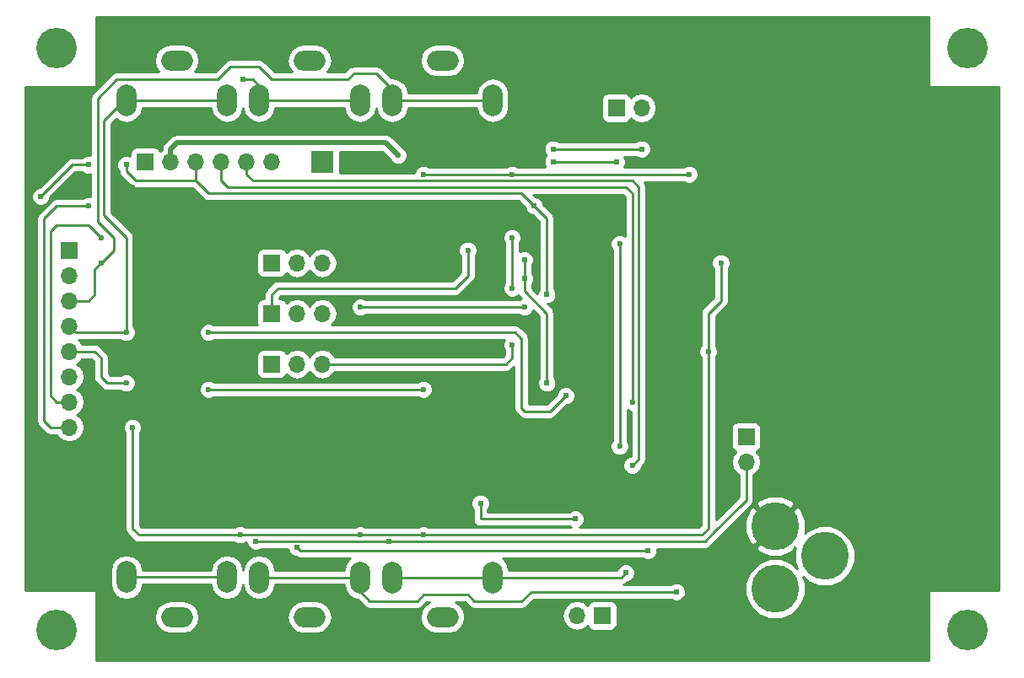
<source format=gbl>
%TF.GenerationSoftware,KiCad,Pcbnew,4.0.7*%
%TF.CreationDate,2017-09-17T22:31:06+02:00*%
%TF.ProjectId,TMS9929_RGB_Adapter,544D53393932395F5247425F41646170,0*%
%TF.FileFunction,Copper,L2,Bot,Signal*%
%FSLAX46Y46*%
G04 Gerber Fmt 4.6, Leading zero omitted, Abs format (unit mm)*
G04 Created by KiCad (PCBNEW 4.0.7) date 09/17/17 22:31:06*
%MOMM*%
%LPD*%
G01*
G04 APERTURE LIST*
%ADD10C,0.101600*%
%ADD11C,4.064000*%
%ADD12R,2.235200X2.235200*%
%ADD13O,2.000000X3.200000*%
%ADD14O,3.200000X2.000000*%
%ADD15O,1.998980X3.197860*%
%ADD16O,3.197860X1.998980*%
%ADD17R,1.700000X1.700000*%
%ADD18O,1.700000X1.700000*%
%ADD19C,4.800000*%
%ADD20C,0.600000*%
%ADD21C,0.609600*%
%ADD22C,0.228600*%
%ADD23C,0.250000*%
%ADD24C,0.508000*%
%ADD25C,0.500000*%
%ADD26C,0.254000*%
G04 APERTURE END LIST*
D10*
D11*
X3810000Y62230000D03*
X95250000Y62230000D03*
X95250000Y3810000D03*
X3810000Y3810000D03*
D12*
X30480000Y50800000D03*
D13*
X20925000Y9080000D03*
D14*
X15875000Y5080000D03*
D13*
X10825000Y9080000D03*
D15*
X24155400Y56962040D03*
D16*
X29210000Y60960000D03*
D15*
X34264600Y56962040D03*
X10820400Y56962040D03*
D16*
X15875000Y60960000D03*
D15*
X20929600Y56962040D03*
D13*
X37495000Y56960000D03*
D14*
X42545000Y60960000D03*
D13*
X47595000Y56960000D03*
D15*
X34264600Y9077960D03*
D16*
X29210000Y5080000D03*
D15*
X24155400Y9077960D03*
X47599600Y9077960D03*
D16*
X42545000Y5080000D03*
D15*
X37490400Y9077960D03*
D17*
X73025000Y23177500D03*
D18*
X73025000Y20637500D03*
D17*
X58578750Y5238750D03*
D18*
X56038750Y5238750D03*
D17*
X60007500Y56197500D03*
D18*
X62547500Y56197500D03*
D19*
X75946000Y7924000D03*
X75946000Y14224000D03*
X80946000Y11224000D03*
D17*
X12700000Y50800000D03*
D18*
X15240000Y50800000D03*
X17780000Y50800000D03*
X20320000Y50800000D03*
X22860000Y50800000D03*
X25400000Y50800000D03*
D17*
X5080000Y41910000D03*
D18*
X5080000Y39370000D03*
X5080000Y36830000D03*
X5080000Y34290000D03*
X5080000Y31750000D03*
X5080000Y29210000D03*
X5080000Y26670000D03*
X5080000Y24130000D03*
D17*
X25400000Y35560000D03*
D18*
X27940000Y35560000D03*
X30480000Y35560000D03*
D17*
X25400000Y30480000D03*
D18*
X27940000Y30480000D03*
X30480000Y30480000D03*
D17*
X25400000Y40640000D03*
D18*
X27940000Y40640000D03*
X30480000Y40640000D03*
D20*
X8255000Y40640000D03*
X10795000Y33655000D03*
D21*
X27940000Y12065000D03*
X63182500Y11747500D03*
D20*
X68580000Y41275000D03*
X53340000Y16510000D03*
X54610000Y44450000D03*
X45720000Y51435000D03*
X54610000Y25273000D03*
X22860000Y46355000D03*
X41275000Y44450000D03*
X27305000Y21590000D03*
X16510000Y23495000D03*
X40005000Y23495000D03*
X11430000Y48260000D03*
X49530000Y38100000D03*
X49530000Y43180000D03*
X50800000Y36195000D03*
X34290000Y36195000D03*
D21*
X54927500Y27305000D03*
D20*
X19050000Y33655000D03*
X40640000Y27940000D03*
X19050000Y27940000D03*
X45085000Y41910000D03*
X49530000Y32385000D03*
D21*
X66040000Y7620000D03*
D20*
X61595000Y26670000D03*
X70485000Y40640000D03*
X69215000Y31750000D03*
X11430000Y24130000D03*
X22225000Y13335000D03*
X40640000Y13335000D03*
X40640000Y49530000D03*
X67310000Y49530000D03*
X34290000Y13335000D03*
X49530000Y49530000D03*
X8255000Y43180000D03*
X6985000Y46355000D03*
D21*
X22542500Y59055000D03*
D20*
X10795000Y28575000D03*
X38100000Y51435000D03*
X60325000Y42545000D03*
X60325000Y22225000D03*
D21*
X10795000Y50482500D03*
X6985000Y50482500D03*
X2222500Y47307500D03*
X51752500Y46355000D03*
X53657500Y50800000D03*
X60007500Y50800000D03*
X53022500Y37465000D03*
X60960000Y9525000D03*
D20*
X61595000Y20320000D03*
D21*
X23812500Y12700000D03*
X37147500Y12700000D03*
X46355000Y16510000D03*
X55880000Y14922500D03*
X62547500Y52070000D03*
X53657500Y52070000D03*
X53022500Y28575000D03*
X50800000Y39052500D03*
X50800000Y40957500D03*
D22*
X7937500Y57150000D02*
X7937500Y46672500D01*
X9525000Y41910000D02*
X9525000Y43180000D01*
X9525000Y43180000D02*
X7937500Y44767500D01*
X7937500Y44767500D02*
X7937500Y46672500D01*
X9525000Y41910000D02*
X8255000Y40640000D01*
X37495000Y56960000D02*
X37495000Y58072500D01*
X37495000Y58072500D02*
X35877500Y59690000D01*
X9842500Y59055000D02*
X7937500Y57150000D01*
X20002500Y59055000D02*
X9842500Y59055000D01*
X20320000Y59372500D02*
X20002500Y59055000D01*
X21272500Y60325000D02*
X20320000Y59372500D01*
X24130000Y60325000D02*
X21272500Y60325000D01*
X25400000Y59055000D02*
X24130000Y60325000D01*
X33020000Y59055000D02*
X25400000Y59055000D01*
X33655000Y59690000D02*
X33020000Y59055000D01*
X35877500Y59690000D02*
X33655000Y59690000D01*
X47595000Y56960000D02*
X37495000Y56960000D01*
D23*
X5080000Y36830000D02*
X6985000Y36830000D01*
X7620000Y40005000D02*
X8255000Y40640000D01*
X6985000Y36830000D02*
X7620000Y37465000D01*
X7620000Y40005000D02*
X7620000Y37465000D01*
D22*
X10795000Y42227500D02*
X10795000Y43180000D01*
X10795000Y43180000D02*
X8572500Y45402500D01*
X8572500Y54927500D02*
X8572500Y45402500D01*
X10607040Y56962040D02*
X8572500Y54927500D01*
X10795000Y42227500D02*
X10795000Y33655000D01*
X10820400Y56962040D02*
X10607040Y56962040D01*
X20929600Y56962040D02*
X10820400Y56962040D01*
D23*
X5080000Y34290000D02*
X5715000Y33655000D01*
X5715000Y33655000D02*
X10795000Y33655000D01*
D22*
X28257500Y11747500D02*
X63182500Y11747500D01*
X28257500Y11747500D02*
X27940000Y12065000D01*
D24*
X10160000Y48260000D02*
X10160000Y48577500D01*
X9525000Y52705000D02*
X10160000Y53340000D01*
X9525000Y49212500D02*
X9525000Y52705000D01*
X10160000Y48577500D02*
X9525000Y49212500D01*
X10160000Y45085000D02*
X12700000Y42545000D01*
D25*
X45720000Y53975000D02*
X67310000Y53975000D01*
X68580000Y52705000D02*
X68580000Y41275000D01*
X67310000Y53975000D02*
X68580000Y52705000D01*
X54610000Y25273000D02*
X54610000Y17780000D01*
X53340000Y16510000D02*
X54610000Y17780000D01*
X54610000Y44450000D02*
X56515000Y42545000D01*
X54610000Y25400000D02*
X54610000Y25273000D01*
X56515000Y27305000D02*
X54610000Y25400000D01*
X56515000Y42545000D02*
X56515000Y27305000D01*
X45720000Y51435000D02*
X45720000Y53975000D01*
X40005000Y23495000D02*
X52832000Y23495000D01*
X52832000Y23495000D02*
X54610000Y25273000D01*
X22860000Y46355000D02*
X22860000Y44450000D01*
X10795000Y53975000D02*
X10160000Y53340000D01*
X45720000Y53975000D02*
X10795000Y53975000D01*
X11430000Y48260000D02*
X10160000Y48260000D01*
X12700000Y42545000D02*
X16510000Y42545000D01*
X10160000Y48260000D02*
X10160000Y45085000D01*
X16510000Y42545000D02*
X18415000Y44450000D01*
X18415000Y44450000D02*
X22860000Y44450000D01*
X22860000Y44450000D02*
X40640000Y44450000D01*
X40640000Y44450000D02*
X41275000Y44450000D01*
X16510000Y42545000D02*
X16510000Y23495000D01*
X27305000Y21590000D02*
X27305000Y23495000D01*
X40005000Y23495000D02*
X27305000Y23495000D01*
X27305000Y23495000D02*
X16510000Y23495000D01*
D23*
X49530000Y43180000D02*
X49530000Y38100000D01*
X50800000Y36195000D02*
X34925000Y36195000D01*
X34925000Y36195000D02*
X34290000Y36195000D01*
D22*
X50482500Y28892500D02*
X50482500Y26035000D01*
X53340000Y25717500D02*
X54927500Y27305000D01*
X50800000Y25717500D02*
X53340000Y25717500D01*
X50482500Y26035000D02*
X50800000Y25717500D01*
X50482500Y33020000D02*
X49847500Y33655000D01*
X50482500Y28892500D02*
X50482500Y33020000D01*
D23*
X49847500Y33655000D02*
X19050000Y33655000D01*
X19050000Y27940000D02*
X40640000Y27940000D01*
X26035000Y38100000D02*
X25400000Y37465000D01*
X26035000Y38100000D02*
X43815000Y38100000D01*
X43815000Y38100000D02*
X45085000Y39370000D01*
X45085000Y39370000D02*
X45085000Y41910000D01*
X25400000Y37465000D02*
X25400000Y35560000D01*
X32385000Y30480000D02*
X48895000Y30480000D01*
X30480000Y30480000D02*
X31115000Y30480000D01*
X49530000Y31115000D02*
X49530000Y32385000D01*
X48895000Y30480000D02*
X49530000Y31115000D01*
X31115000Y30480000D02*
X32385000Y30480000D01*
D22*
X35242500Y6667500D02*
X35242500Y6667500D01*
X35242500Y6667500D02*
X34264600Y7645400D01*
X35242500Y6667500D02*
X35242500Y6667500D01*
X35242500Y6667500D02*
X35242500Y6667500D01*
X40005000Y6667500D02*
X35242500Y6667500D01*
X40640000Y7302500D02*
X40005000Y6667500D01*
X45085000Y7302500D02*
X40640000Y7302500D01*
X45720000Y6667500D02*
X45085000Y7302500D01*
X50482500Y6667500D02*
X45720000Y6667500D01*
X51435000Y7620000D02*
X50482500Y6667500D01*
X66040000Y7620000D02*
X51435000Y7620000D01*
X34264600Y7645400D02*
X34264600Y9077960D01*
X24155400Y9077960D02*
X34264600Y9077960D01*
D23*
X61595000Y47625000D02*
X61595000Y26670000D01*
X60960000Y48260000D02*
X61595000Y47625000D01*
X20955000Y48260000D02*
X60960000Y48260000D01*
X20320000Y50800000D02*
X20320000Y48895000D01*
X20320000Y48895000D02*
X20955000Y48260000D01*
X69215000Y31750000D02*
X69215000Y35560000D01*
X70485000Y36830000D02*
X70485000Y40640000D01*
X69215000Y35560000D02*
X70485000Y36830000D01*
X40640000Y13335000D02*
X68580000Y13335000D01*
X69215000Y13970000D02*
X69215000Y31750000D01*
X68580000Y13335000D02*
X69215000Y13970000D01*
X22225000Y13335000D02*
X12065000Y13335000D01*
X11430000Y13970000D02*
X11430000Y24130000D01*
X12065000Y13335000D02*
X11430000Y13970000D01*
X25400000Y13335000D02*
X22225000Y13335000D01*
X25400000Y13335000D02*
X34290000Y13335000D01*
X40640000Y13335000D02*
X34290000Y13335000D01*
D22*
X49530000Y49530000D02*
X40640000Y49530000D01*
X49530000Y49530000D02*
X67310000Y49530000D01*
D23*
X3810000Y26670000D02*
X5080000Y26670000D01*
X3175000Y27305000D02*
X3810000Y26670000D01*
X3175000Y43815000D02*
X3175000Y27305000D01*
X3810000Y44450000D02*
X3175000Y43815000D01*
X6985000Y44450000D02*
X3810000Y44450000D01*
X8255000Y43180000D02*
X6985000Y44450000D01*
X6985000Y46355000D02*
X3810000Y46355000D01*
X3175000Y24130000D02*
X5080000Y24130000D01*
X2540000Y24765000D02*
X3175000Y24130000D01*
X2540000Y45085000D02*
X2540000Y24765000D01*
X3810000Y46355000D02*
X2540000Y45085000D01*
D22*
X23495000Y59055000D02*
X22542500Y59055000D01*
X24155400Y58394600D02*
X23495000Y59055000D01*
X24155400Y56962040D02*
X24155400Y58394600D01*
X34264600Y56962040D02*
X24155400Y56962040D01*
D23*
X5080000Y31750000D02*
X7620000Y31750000D01*
X8890000Y28575000D02*
X10795000Y28575000D01*
X8255000Y29210000D02*
X8890000Y28575000D01*
X8255000Y31115000D02*
X8255000Y29210000D01*
X7620000Y31750000D02*
X8255000Y31115000D01*
D25*
X15240000Y52070000D02*
X15875000Y52705000D01*
X15875000Y52705000D02*
X36830000Y52705000D01*
X36830000Y52705000D02*
X38100000Y51435000D01*
X15240000Y52070000D02*
X15240000Y50800000D01*
D23*
X60325000Y22860000D02*
X60325000Y42545000D01*
X60325000Y22225000D02*
X60325000Y22860000D01*
D22*
X5397500Y50482500D02*
X6985000Y50482500D01*
X2222500Y47307500D02*
X5397500Y50482500D01*
X17780000Y48895000D02*
X11747500Y48895000D01*
X10795000Y49847500D02*
X10795000Y50482500D01*
X11747500Y48895000D02*
X10795000Y49847500D01*
X60007500Y50800000D02*
X53657500Y50800000D01*
X53022500Y37465000D02*
X53022500Y45085000D01*
X53022500Y45085000D02*
X53022500Y45085000D01*
D23*
X45085000Y47625000D02*
X19050000Y47625000D01*
D22*
X50482500Y47625000D02*
X51117500Y46990000D01*
X45085000Y47625000D02*
X50482500Y47625000D01*
D23*
X17780000Y48895000D02*
X19050000Y47625000D01*
X17780000Y50800000D02*
X17780000Y48895000D01*
D22*
X51117500Y46990000D02*
X51752500Y46355000D01*
X51752500Y46355000D02*
X53022500Y45085000D01*
X10825000Y9080000D02*
X20925000Y9080000D01*
X60512960Y9077960D02*
X47599600Y9077960D01*
X60960000Y9525000D02*
X60512960Y9077960D01*
X37490400Y9077960D02*
X47599600Y9077960D01*
D23*
X22860000Y49530000D02*
X23495000Y48895000D01*
X23495000Y48895000D02*
X61595000Y48895000D01*
X22860000Y49530000D02*
X22860000Y50800000D01*
X62230000Y48260000D02*
X61595000Y48895000D01*
X62230000Y20955000D02*
X62230000Y48260000D01*
X61595000Y20320000D02*
X62230000Y20955000D01*
D22*
X37147500Y12700000D02*
X23812500Y12700000D01*
X73025000Y16827500D02*
X73025000Y20637500D01*
X72707500Y16510000D02*
X73025000Y16827500D01*
X69850000Y13652500D02*
X72707500Y16510000D01*
X68897500Y12700000D02*
X69850000Y13652500D01*
X68580000Y12700000D02*
X68897500Y12700000D01*
X41910000Y12700000D02*
X68580000Y12700000D01*
X37147500Y12700000D02*
X41910000Y12700000D01*
X46355000Y14922500D02*
X46355000Y16510000D01*
X55880000Y14922500D02*
X46355000Y14922500D01*
X53657500Y52070000D02*
X62547500Y52070000D01*
X50800000Y37782500D02*
X50800000Y39052500D01*
X53022500Y35560000D02*
X50800000Y37782500D01*
X53022500Y35560000D02*
X53022500Y35560000D01*
X53022500Y28575000D02*
X53022500Y35560000D01*
X50800000Y40957500D02*
X50800000Y39052500D01*
D26*
G36*
X91313000Y58420000D02*
X91323006Y58370590D01*
X91351447Y58328965D01*
X91393841Y58301685D01*
X91440000Y58293000D01*
X98350000Y58293000D01*
X98350000Y7747000D01*
X91440000Y7747000D01*
X91390590Y7736994D01*
X91348965Y7708553D01*
X91321685Y7666159D01*
X91313000Y7620000D01*
X91313000Y710000D01*
X7747000Y710000D01*
X7747000Y5080000D01*
X13596214Y5080000D01*
X13720671Y4454313D01*
X14075094Y3923880D01*
X14605527Y3569457D01*
X15231214Y3445000D01*
X16518786Y3445000D01*
X17144473Y3569457D01*
X17674906Y3923880D01*
X18029329Y4454313D01*
X18153786Y5080000D01*
X26932305Y5080000D01*
X27056723Y4454508D01*
X27411036Y3924241D01*
X27941303Y3569928D01*
X28566795Y3445510D01*
X29853205Y3445510D01*
X30478697Y3569928D01*
X31008964Y3924241D01*
X31363277Y4454508D01*
X31487695Y5080000D01*
X31363277Y5705492D01*
X31008964Y6235759D01*
X30478697Y6590072D01*
X29853205Y6714490D01*
X28566795Y6714490D01*
X27941303Y6590072D01*
X27411036Y6235759D01*
X27056723Y5705492D01*
X26932305Y5080000D01*
X18153786Y5080000D01*
X18029329Y5705687D01*
X17674906Y6236120D01*
X17144473Y6590543D01*
X16518786Y6715000D01*
X15231214Y6715000D01*
X14605527Y6590543D01*
X14075094Y6236120D01*
X13720671Y5705687D01*
X13596214Y5080000D01*
X7747000Y5080000D01*
X7747000Y7620000D01*
X7736994Y7669410D01*
X7708553Y7711035D01*
X7666159Y7738315D01*
X7620000Y7747000D01*
X710000Y7747000D01*
X710000Y9723786D01*
X9190000Y9723786D01*
X9190000Y8436214D01*
X9314457Y7810527D01*
X9668880Y7280094D01*
X10199313Y6925671D01*
X10825000Y6801214D01*
X11450687Y6925671D01*
X11981120Y7280094D01*
X12335543Y7810527D01*
X12439012Y8330700D01*
X19310988Y8330700D01*
X19414457Y7810527D01*
X19768880Y7280094D01*
X20299313Y6925671D01*
X20925000Y6801214D01*
X21550687Y6925671D01*
X22081120Y7280094D01*
X22435543Y7810527D01*
X22540310Y8337225D01*
X22645328Y7809263D01*
X22999641Y7278996D01*
X23529908Y6924683D01*
X24155400Y6800265D01*
X24780892Y6924683D01*
X25311159Y7278996D01*
X25665472Y7809263D01*
X25768786Y8328660D01*
X32651214Y8328660D01*
X32754528Y7809263D01*
X33108841Y7278996D01*
X33639108Y6924683D01*
X33996795Y6853535D01*
X34712665Y6137665D01*
X34955755Y5975237D01*
X35242500Y5918200D01*
X40005000Y5918200D01*
X40291745Y5975237D01*
X40534835Y6137665D01*
X40950370Y6553200D01*
X41221120Y6553200D01*
X40746036Y6235759D01*
X40391723Y5705492D01*
X40267305Y5080000D01*
X40391723Y4454508D01*
X40746036Y3924241D01*
X41276303Y3569928D01*
X41901795Y3445510D01*
X43188205Y3445510D01*
X43813697Y3569928D01*
X44343964Y3924241D01*
X44698277Y4454508D01*
X44822695Y5080000D01*
X44785331Y5267843D01*
X54553750Y5267843D01*
X54553750Y5209657D01*
X54666789Y4641372D01*
X54988696Y4159603D01*
X55470465Y3837696D01*
X56038750Y3724657D01*
X56607035Y3837696D01*
X57088804Y4159603D01*
X57116600Y4201202D01*
X57125588Y4153433D01*
X57264660Y3937309D01*
X57476860Y3792319D01*
X57728750Y3741310D01*
X59428750Y3741310D01*
X59664067Y3785588D01*
X59880191Y3924660D01*
X60025181Y4136860D01*
X60076190Y4388750D01*
X60076190Y6088750D01*
X60031912Y6324067D01*
X59892840Y6540191D01*
X59680640Y6685181D01*
X59428750Y6736190D01*
X57728750Y6736190D01*
X57493433Y6691912D01*
X57277309Y6552840D01*
X57132319Y6340640D01*
X57118664Y6273209D01*
X57088804Y6317897D01*
X56607035Y6639804D01*
X56038750Y6752843D01*
X55470465Y6639804D01*
X54988696Y6317897D01*
X54666789Y5836128D01*
X54553750Y5267843D01*
X44785331Y5267843D01*
X44698277Y5705492D01*
X44343964Y6235759D01*
X43868880Y6553200D01*
X44774630Y6553200D01*
X45190165Y6137665D01*
X45433255Y5975237D01*
X45720000Y5918200D01*
X50482500Y5918200D01*
X50769245Y5975237D01*
X51012335Y6137665D01*
X51745370Y6870700D01*
X65460074Y6870700D01*
X65506951Y6823741D01*
X65852242Y6680363D01*
X66226118Y6680037D01*
X66571659Y6822812D01*
X66836259Y7086951D01*
X66934254Y7322950D01*
X72910474Y7322950D01*
X73371552Y6207057D01*
X74224566Y5352553D01*
X75339653Y4889528D01*
X76547050Y4888474D01*
X77662943Y5349552D01*
X78517447Y6202566D01*
X78980472Y7317653D01*
X78981526Y8525050D01*
X78719993Y9158007D01*
X79224566Y8652553D01*
X80339653Y8189528D01*
X81547050Y8188474D01*
X82662943Y8649552D01*
X83517447Y9502566D01*
X83980472Y10617653D01*
X83981526Y11825050D01*
X83520448Y12940943D01*
X82667434Y13795447D01*
X81552347Y14258472D01*
X80344950Y14259526D01*
X79229057Y13798448D01*
X78930384Y13500296D01*
X78982072Y13625713D01*
X78979919Y14833109D01*
X78522010Y15938600D01*
X78109719Y16208114D01*
X76125605Y14224000D01*
X76139748Y14209857D01*
X75960143Y14030252D01*
X75946000Y14044395D01*
X73961886Y12060281D01*
X74231400Y11647990D01*
X75347713Y11187928D01*
X76555109Y11190081D01*
X77660600Y11647990D01*
X77930113Y12060279D01*
X77984444Y12005948D01*
X77911528Y11830347D01*
X77910474Y10622950D01*
X78172007Y9989993D01*
X77667434Y10495447D01*
X76552347Y10958472D01*
X75344950Y10959526D01*
X74229057Y10498448D01*
X73374553Y9645434D01*
X72911528Y8530347D01*
X72910474Y7322950D01*
X66934254Y7322950D01*
X66979637Y7432242D01*
X66979963Y7806118D01*
X66837188Y8151659D01*
X66573049Y8416259D01*
X66227758Y8559637D01*
X65853882Y8559963D01*
X65508341Y8417188D01*
X65460369Y8369300D01*
X60717272Y8369300D01*
X60799705Y8385697D01*
X61042795Y8548125D01*
X61079765Y8585095D01*
X61146118Y8585037D01*
X61491659Y8727812D01*
X61756259Y8991951D01*
X61899637Y9337242D01*
X61899963Y9711118D01*
X61757188Y10056659D01*
X61493049Y10321259D01*
X61147758Y10464637D01*
X60773882Y10464963D01*
X60428341Y10322188D01*
X60163741Y10058049D01*
X60067909Y9827260D01*
X49212986Y9827260D01*
X49109672Y10346657D01*
X48755359Y10876924D01*
X48573857Y10998200D01*
X62602574Y10998200D01*
X62649451Y10951241D01*
X62994742Y10807863D01*
X63368618Y10807537D01*
X63714159Y10950312D01*
X63978759Y11214451D01*
X64122137Y11559742D01*
X64122463Y11933618D01*
X64115405Y11950700D01*
X68897500Y11950700D01*
X69184245Y12007737D01*
X69427335Y12170165D01*
X72079457Y14822287D01*
X72909928Y14822287D01*
X72912081Y13614891D01*
X73369990Y12509400D01*
X73782281Y12239886D01*
X75766395Y14224000D01*
X73782281Y16208114D01*
X73369990Y15938600D01*
X72909928Y14822287D01*
X72079457Y14822287D01*
X73554835Y16297665D01*
X73615007Y16387719D01*
X73961886Y16387719D01*
X75946000Y14403605D01*
X77930114Y16387719D01*
X77660600Y16800010D01*
X76544287Y17260072D01*
X75336891Y17257919D01*
X74231400Y16800010D01*
X73961886Y16387719D01*
X73615007Y16387719D01*
X73696713Y16510000D01*
X73717263Y16540755D01*
X73774300Y16827500D01*
X73774300Y19367050D01*
X74104147Y19587446D01*
X74426054Y20069215D01*
X74539093Y20637500D01*
X74426054Y21205785D01*
X74104147Y21687554D01*
X74062548Y21715350D01*
X74110317Y21724338D01*
X74326441Y21863410D01*
X74471431Y22075610D01*
X74522440Y22327500D01*
X74522440Y24027500D01*
X74478162Y24262817D01*
X74339090Y24478941D01*
X74126890Y24623931D01*
X73875000Y24674940D01*
X72175000Y24674940D01*
X71939683Y24630662D01*
X71723559Y24491590D01*
X71578569Y24279390D01*
X71527560Y24027500D01*
X71527560Y22327500D01*
X71571838Y22092183D01*
X71710910Y21876059D01*
X71923110Y21731069D01*
X71990541Y21717414D01*
X71945853Y21687554D01*
X71623946Y21205785D01*
X71510907Y20637500D01*
X71623946Y20069215D01*
X71945853Y19587446D01*
X72275700Y19367050D01*
X72275700Y17137870D01*
X69975000Y14837170D01*
X69975000Y31187537D01*
X70007192Y31219673D01*
X70149838Y31563201D01*
X70150162Y31935167D01*
X70008117Y32278943D01*
X69975000Y32312118D01*
X69975000Y35245198D01*
X71022401Y36292599D01*
X71187148Y36539160D01*
X71245000Y36830000D01*
X71245000Y40077537D01*
X71277192Y40109673D01*
X71419838Y40453201D01*
X71420162Y40825167D01*
X71278117Y41168943D01*
X71015327Y41432192D01*
X70671799Y41574838D01*
X70299833Y41575162D01*
X69956057Y41433117D01*
X69692808Y41170327D01*
X69550162Y40826799D01*
X69549838Y40454833D01*
X69691883Y40111057D01*
X69725000Y40077882D01*
X69725000Y37144802D01*
X68677599Y36097401D01*
X68512852Y35850839D01*
X68455000Y35560000D01*
X68455000Y32312463D01*
X68422808Y32280327D01*
X68280162Y31936799D01*
X68279838Y31564833D01*
X68421883Y31221057D01*
X68455000Y31187882D01*
X68455000Y14284802D01*
X68265198Y14095000D01*
X56338299Y14095000D01*
X56411659Y14125312D01*
X56676259Y14389451D01*
X56819637Y14734742D01*
X56819963Y15108618D01*
X56677188Y15454159D01*
X56413049Y15718759D01*
X56067758Y15862137D01*
X55693882Y15862463D01*
X55348341Y15719688D01*
X55300369Y15671800D01*
X47104300Y15671800D01*
X47104300Y15930074D01*
X47151259Y15976951D01*
X47294637Y16322242D01*
X47294963Y16696118D01*
X47152188Y17041659D01*
X46888049Y17306259D01*
X46542758Y17449637D01*
X46168882Y17449963D01*
X45823341Y17307188D01*
X45558741Y17043049D01*
X45415363Y16697758D01*
X45415037Y16323882D01*
X45557812Y15978341D01*
X45605700Y15930369D01*
X45605700Y14922500D01*
X45662737Y14635755D01*
X45825165Y14392665D01*
X46068255Y14230237D01*
X46355000Y14173200D01*
X55300074Y14173200D01*
X55346951Y14126241D01*
X55422187Y14095000D01*
X41202463Y14095000D01*
X41170327Y14127192D01*
X40826799Y14269838D01*
X40454833Y14270162D01*
X40111057Y14128117D01*
X40077882Y14095000D01*
X34852463Y14095000D01*
X34820327Y14127192D01*
X34476799Y14269838D01*
X34104833Y14270162D01*
X33761057Y14128117D01*
X33727882Y14095000D01*
X22787463Y14095000D01*
X22755327Y14127192D01*
X22411799Y14269838D01*
X22039833Y14270162D01*
X21696057Y14128117D01*
X21662882Y14095000D01*
X12379802Y14095000D01*
X12190000Y14284802D01*
X12190000Y23567537D01*
X12222192Y23599673D01*
X12364838Y23943201D01*
X12365162Y24315167D01*
X12223117Y24658943D01*
X11960327Y24922192D01*
X11616799Y25064838D01*
X11244833Y25065162D01*
X10901057Y24923117D01*
X10637808Y24660327D01*
X10495162Y24316799D01*
X10494838Y23944833D01*
X10636883Y23601057D01*
X10670000Y23567882D01*
X10670000Y13970000D01*
X10727852Y13679161D01*
X10892599Y13432599D01*
X11527599Y12797599D01*
X11774161Y12632852D01*
X12065000Y12575000D01*
X21662537Y12575000D01*
X21694673Y12542808D01*
X22038201Y12400162D01*
X22410167Y12399838D01*
X22753943Y12541883D01*
X22787118Y12575000D01*
X22872590Y12575000D01*
X22872537Y12513882D01*
X23015312Y12168341D01*
X23279451Y11903741D01*
X23624742Y11760363D01*
X23998618Y11760037D01*
X24344159Y11902812D01*
X24392131Y11950700D01*
X27000100Y11950700D01*
X27000037Y11878882D01*
X27142812Y11533341D01*
X27406951Y11268741D01*
X27752242Y11125363D01*
X27865953Y11125264D01*
X27970755Y11055237D01*
X28257500Y10998200D01*
X33290343Y10998200D01*
X33108841Y10876924D01*
X32754528Y10346657D01*
X32651214Y9827260D01*
X25768786Y9827260D01*
X25665472Y10346657D01*
X25311159Y10876924D01*
X24780892Y11231237D01*
X24155400Y11355655D01*
X23529908Y11231237D01*
X22999641Y10876924D01*
X22645328Y10346657D01*
X22540716Y9820735D01*
X22435543Y10349473D01*
X22081120Y10879906D01*
X21550687Y11234329D01*
X20925000Y11358786D01*
X20299313Y11234329D01*
X19768880Y10879906D01*
X19414457Y10349473D01*
X19310988Y9829300D01*
X12439012Y9829300D01*
X12335543Y10349473D01*
X11981120Y10879906D01*
X11450687Y11234329D01*
X10825000Y11358786D01*
X10199313Y11234329D01*
X9668880Y10879906D01*
X9314457Y10349473D01*
X9190000Y9723786D01*
X710000Y9723786D01*
X710000Y47121382D01*
X1282537Y47121382D01*
X1425312Y46775841D01*
X1689451Y46511241D01*
X2034742Y46367863D01*
X2408618Y46367537D01*
X2754159Y46510312D01*
X3018759Y46774451D01*
X3162137Y47119742D01*
X3162196Y47187526D01*
X5707870Y49733200D01*
X6405074Y49733200D01*
X6451951Y49686241D01*
X6797242Y49542863D01*
X7171118Y49542537D01*
X7188200Y49549595D01*
X7188200Y47283028D01*
X7171799Y47289838D01*
X6799833Y47290162D01*
X6456057Y47148117D01*
X6422882Y47115000D01*
X3810000Y47115000D01*
X3519160Y47057148D01*
X3272599Y46892401D01*
X2002599Y45622401D01*
X1837852Y45375839D01*
X1780000Y45085000D01*
X1780000Y24765000D01*
X1837852Y24474161D01*
X2002599Y24227599D01*
X2637599Y23592599D01*
X2884161Y23427852D01*
X3175000Y23370000D01*
X3807046Y23370000D01*
X4000853Y23079946D01*
X4482622Y22758039D01*
X5050907Y22645000D01*
X5109093Y22645000D01*
X5677378Y22758039D01*
X6159147Y23079946D01*
X6481054Y23561715D01*
X6594093Y24130000D01*
X6481054Y24698285D01*
X6159147Y25180054D01*
X5829974Y25400000D01*
X6159147Y25619946D01*
X6481054Y26101715D01*
X6594093Y26670000D01*
X6481054Y27238285D01*
X6159147Y27720054D01*
X5829974Y27940000D01*
X6159147Y28159946D01*
X6481054Y28641715D01*
X6594093Y29210000D01*
X6481054Y29778285D01*
X6159147Y30260054D01*
X5829974Y30480000D01*
X6159147Y30699946D01*
X6352954Y30990000D01*
X7305198Y30990000D01*
X7495000Y30800198D01*
X7495000Y29210000D01*
X7552852Y28919161D01*
X7717599Y28672599D01*
X8352599Y28037599D01*
X8599161Y27872852D01*
X8890000Y27815000D01*
X10232537Y27815000D01*
X10264673Y27782808D01*
X10608201Y27640162D01*
X10980167Y27639838D01*
X11258476Y27754833D01*
X18114838Y27754833D01*
X18256883Y27411057D01*
X18519673Y27147808D01*
X18863201Y27005162D01*
X19235167Y27004838D01*
X19578943Y27146883D01*
X19612118Y27180000D01*
X40077537Y27180000D01*
X40109673Y27147808D01*
X40453201Y27005162D01*
X40825167Y27004838D01*
X41168943Y27146883D01*
X41432192Y27409673D01*
X41574838Y27753201D01*
X41575162Y28125167D01*
X41433117Y28468943D01*
X41170327Y28732192D01*
X40826799Y28874838D01*
X40454833Y28875162D01*
X40111057Y28733117D01*
X40077882Y28700000D01*
X19612463Y28700000D01*
X19580327Y28732192D01*
X19236799Y28874838D01*
X18864833Y28875162D01*
X18521057Y28733117D01*
X18257808Y28470327D01*
X18115162Y28126799D01*
X18114838Y27754833D01*
X11258476Y27754833D01*
X11323943Y27781883D01*
X11587192Y28044673D01*
X11729838Y28388201D01*
X11730162Y28760167D01*
X11588117Y29103943D01*
X11325327Y29367192D01*
X10981799Y29509838D01*
X10609833Y29510162D01*
X10266057Y29368117D01*
X10232882Y29335000D01*
X9204802Y29335000D01*
X9015000Y29524802D01*
X9015000Y31115000D01*
X8957148Y31405839D01*
X8792401Y31652401D01*
X8157401Y32287401D01*
X7910839Y32452148D01*
X7620000Y32510000D01*
X6352954Y32510000D01*
X6159147Y32800054D01*
X6017050Y32895000D01*
X10232537Y32895000D01*
X10264673Y32862808D01*
X10608201Y32720162D01*
X10980167Y32719838D01*
X11323943Y32861883D01*
X11587192Y33124673D01*
X11729838Y33468201D01*
X11729839Y33469833D01*
X18114838Y33469833D01*
X18256883Y33126057D01*
X18519673Y32862808D01*
X18863201Y32720162D01*
X19235167Y32719838D01*
X19578943Y32861883D01*
X19612118Y32895000D01*
X48729367Y32895000D01*
X48595162Y32571799D01*
X48594838Y32199833D01*
X48736883Y31856057D01*
X48770000Y31822882D01*
X48770000Y31429802D01*
X48580198Y31240000D01*
X31743301Y31240000D01*
X31530054Y31559147D01*
X31048285Y31881054D01*
X30480000Y31994093D01*
X29911715Y31881054D01*
X29429946Y31559147D01*
X29210000Y31229974D01*
X28990054Y31559147D01*
X28508285Y31881054D01*
X27940000Y31994093D01*
X27371715Y31881054D01*
X26889946Y31559147D01*
X26862150Y31517548D01*
X26853162Y31565317D01*
X26714090Y31781441D01*
X26501890Y31926431D01*
X26250000Y31977440D01*
X24550000Y31977440D01*
X24314683Y31933162D01*
X24098559Y31794090D01*
X23953569Y31581890D01*
X23902560Y31330000D01*
X23902560Y29630000D01*
X23946838Y29394683D01*
X24085910Y29178559D01*
X24298110Y29033569D01*
X24550000Y28982560D01*
X26250000Y28982560D01*
X26485317Y29026838D01*
X26701441Y29165910D01*
X26846431Y29378110D01*
X26860086Y29445541D01*
X26889946Y29400853D01*
X27371715Y29078946D01*
X27940000Y28965907D01*
X28508285Y29078946D01*
X28990054Y29400853D01*
X29210000Y29730026D01*
X29429946Y29400853D01*
X29911715Y29078946D01*
X30480000Y28965907D01*
X31048285Y29078946D01*
X31530054Y29400853D01*
X31743301Y29720000D01*
X48895000Y29720000D01*
X49185839Y29777852D01*
X49432401Y29942599D01*
X49733200Y30243398D01*
X49733200Y26035000D01*
X49790237Y25748255D01*
X49952665Y25505165D01*
X50270165Y25187665D01*
X50513255Y25025237D01*
X50800000Y24968200D01*
X53340000Y24968200D01*
X53626745Y25025237D01*
X53869835Y25187665D01*
X55047265Y26365095D01*
X55113618Y26365037D01*
X55459159Y26507812D01*
X55723759Y26771951D01*
X55867137Y27117242D01*
X55867463Y27491118D01*
X55724688Y27836659D01*
X55460549Y28101259D01*
X55115258Y28244637D01*
X54741382Y28244963D01*
X54395841Y28102188D01*
X54131241Y27838049D01*
X53987863Y27492758D01*
X53987804Y27424974D01*
X53029630Y26466800D01*
X51231800Y26466800D01*
X51231800Y33020000D01*
X51174763Y33306745D01*
X51012335Y33549835D01*
X50415372Y34146798D01*
X50384901Y34192401D01*
X50138339Y34357148D01*
X49847500Y34415000D01*
X31431498Y34415000D01*
X31530054Y34480853D01*
X31851961Y34962622D01*
X31965000Y35530907D01*
X31965000Y35589093D01*
X31851961Y36157378D01*
X31530054Y36639147D01*
X31048285Y36961054D01*
X30480000Y37074093D01*
X29911715Y36961054D01*
X29429946Y36639147D01*
X29210000Y36309974D01*
X28990054Y36639147D01*
X28508285Y36961054D01*
X27940000Y37074093D01*
X27371715Y36961054D01*
X26889946Y36639147D01*
X26862150Y36597548D01*
X26853162Y36645317D01*
X26714090Y36861441D01*
X26501890Y37006431D01*
X26250000Y37057440D01*
X26160000Y37057440D01*
X26160000Y37150198D01*
X26349802Y37340000D01*
X43815000Y37340000D01*
X44105839Y37397852D01*
X44352401Y37562599D01*
X45622401Y38832599D01*
X45787148Y39079160D01*
X45845000Y39370000D01*
X45845000Y41347537D01*
X45877192Y41379673D01*
X46019838Y41723201D01*
X46020162Y42095167D01*
X45878117Y42438943D01*
X45615327Y42702192D01*
X45271799Y42844838D01*
X44899833Y42845162D01*
X44556057Y42703117D01*
X44292808Y42440327D01*
X44150162Y42096799D01*
X44149838Y41724833D01*
X44291883Y41381057D01*
X44325000Y41347882D01*
X44325000Y39684802D01*
X43500198Y38860000D01*
X26035000Y38860000D01*
X25744161Y38802148D01*
X25497599Y38637401D01*
X24862599Y38002401D01*
X24697852Y37755839D01*
X24640000Y37465000D01*
X24640000Y37057440D01*
X24550000Y37057440D01*
X24314683Y37013162D01*
X24098559Y36874090D01*
X23953569Y36661890D01*
X23902560Y36410000D01*
X23902560Y34710000D01*
X23946838Y34474683D01*
X23985243Y34415000D01*
X19612463Y34415000D01*
X19580327Y34447192D01*
X19236799Y34589838D01*
X18864833Y34590162D01*
X18521057Y34448117D01*
X18257808Y34185327D01*
X18115162Y33841799D01*
X18114838Y33469833D01*
X11729839Y33469833D01*
X11730162Y33840167D01*
X11588117Y34183943D01*
X11544300Y34227837D01*
X11544300Y41490000D01*
X23902560Y41490000D01*
X23902560Y39790000D01*
X23946838Y39554683D01*
X24085910Y39338559D01*
X24298110Y39193569D01*
X24550000Y39142560D01*
X26250000Y39142560D01*
X26485317Y39186838D01*
X26701441Y39325910D01*
X26846431Y39538110D01*
X26860086Y39605541D01*
X26889946Y39560853D01*
X27371715Y39238946D01*
X27940000Y39125907D01*
X28508285Y39238946D01*
X28990054Y39560853D01*
X29210000Y39890026D01*
X29429946Y39560853D01*
X29911715Y39238946D01*
X30480000Y39125907D01*
X31048285Y39238946D01*
X31530054Y39560853D01*
X31851961Y40042622D01*
X31965000Y40610907D01*
X31965000Y40669093D01*
X31851961Y41237378D01*
X31530054Y41719147D01*
X31048285Y42041054D01*
X30480000Y42154093D01*
X29911715Y42041054D01*
X29429946Y41719147D01*
X29210000Y41389974D01*
X28990054Y41719147D01*
X28508285Y42041054D01*
X27940000Y42154093D01*
X27371715Y42041054D01*
X26889946Y41719147D01*
X26862150Y41677548D01*
X26853162Y41725317D01*
X26714090Y41941441D01*
X26501890Y42086431D01*
X26250000Y42137440D01*
X24550000Y42137440D01*
X24314683Y42093162D01*
X24098559Y41954090D01*
X23953569Y41741890D01*
X23902560Y41490000D01*
X11544300Y41490000D01*
X11544300Y43180000D01*
X11487263Y43466745D01*
X11324835Y43709835D01*
X9321800Y45712870D01*
X9321800Y50296382D01*
X9855037Y50296382D01*
X9997812Y49950841D01*
X10045700Y49902869D01*
X10045700Y49847500D01*
X10102737Y49560755D01*
X10265165Y49317665D01*
X11217665Y48365165D01*
X11460755Y48202737D01*
X11747500Y48145700D01*
X17454498Y48145700D01*
X18512599Y47087599D01*
X18759160Y46922852D01*
X19050000Y46865000D01*
X45085000Y46865000D01*
X45138792Y46875700D01*
X50172130Y46875700D01*
X50812595Y46235235D01*
X50812537Y46168882D01*
X50955312Y45823341D01*
X51219451Y45558741D01*
X51564742Y45415363D01*
X51632526Y45415304D01*
X52273200Y44774630D01*
X52273200Y38044926D01*
X52226241Y37998049D01*
X52082863Y37652758D01*
X52082782Y37559388D01*
X51549300Y38092870D01*
X51549300Y38472574D01*
X51596259Y38519451D01*
X51739637Y38864742D01*
X51739963Y39238618D01*
X51597188Y39584159D01*
X51549300Y39632131D01*
X51549300Y40377574D01*
X51596259Y40424451D01*
X51739637Y40769742D01*
X51739963Y41143618D01*
X51597188Y41489159D01*
X51333049Y41753759D01*
X50987758Y41897137D01*
X50613882Y41897463D01*
X50290000Y41763637D01*
X50290000Y42617537D01*
X50322192Y42649673D01*
X50464838Y42993201D01*
X50465162Y43365167D01*
X50323117Y43708943D01*
X50060327Y43972192D01*
X49716799Y44114838D01*
X49344833Y44115162D01*
X49001057Y43973117D01*
X48737808Y43710327D01*
X48595162Y43366799D01*
X48594838Y42994833D01*
X48736883Y42651057D01*
X48770000Y42617882D01*
X48770000Y38662463D01*
X48737808Y38630327D01*
X48595162Y38286799D01*
X48594838Y37914833D01*
X48736883Y37571057D01*
X48999673Y37307808D01*
X49343201Y37165162D01*
X49715167Y37164838D01*
X50058943Y37306883D01*
X50163918Y37411675D01*
X50270165Y37252665D01*
X50457625Y37065205D01*
X50271057Y36988117D01*
X50237882Y36955000D01*
X34852463Y36955000D01*
X34820327Y36987192D01*
X34476799Y37129838D01*
X34104833Y37130162D01*
X33761057Y36988117D01*
X33497808Y36725327D01*
X33355162Y36381799D01*
X33354838Y36009833D01*
X33496883Y35666057D01*
X33759673Y35402808D01*
X34103201Y35260162D01*
X34475167Y35259838D01*
X34818943Y35401883D01*
X34852118Y35435000D01*
X50237537Y35435000D01*
X50269673Y35402808D01*
X50613201Y35260162D01*
X50985167Y35259838D01*
X51328943Y35401883D01*
X51592192Y35664673D01*
X51670228Y35852602D01*
X52273200Y35249630D01*
X52273200Y29154926D01*
X52226241Y29108049D01*
X52082863Y28762758D01*
X52082537Y28388882D01*
X52225312Y28043341D01*
X52489451Y27778741D01*
X52834742Y27635363D01*
X53208618Y27635037D01*
X53554159Y27777812D01*
X53818759Y28041951D01*
X53962137Y28387242D01*
X53962463Y28761118D01*
X53819688Y29106659D01*
X53771800Y29154631D01*
X53771800Y35560000D01*
X53714763Y35846745D01*
X53552335Y36089835D01*
X53117053Y36525117D01*
X53208618Y36525037D01*
X53554159Y36667812D01*
X53818759Y36931951D01*
X53962137Y37277242D01*
X53962463Y37651118D01*
X53819688Y37996659D01*
X53771800Y38044631D01*
X53771800Y45085000D01*
X53714763Y45371745D01*
X53552335Y45614835D01*
X52692405Y46474765D01*
X52692463Y46541118D01*
X52549688Y46886659D01*
X52285549Y47151259D01*
X51940258Y47294637D01*
X51872474Y47294696D01*
X51667170Y47500000D01*
X60645198Y47500000D01*
X60835000Y47310198D01*
X60835000Y43345633D01*
X60511799Y43479838D01*
X60139833Y43480162D01*
X59796057Y43338117D01*
X59532808Y43075327D01*
X59390162Y42731799D01*
X59389838Y42359833D01*
X59531883Y42016057D01*
X59565000Y41982882D01*
X59565000Y22787463D01*
X59532808Y22755327D01*
X59390162Y22411799D01*
X59389838Y22039833D01*
X59531883Y21696057D01*
X59794673Y21432808D01*
X60138201Y21290162D01*
X60510167Y21289838D01*
X60853943Y21431883D01*
X61117192Y21694673D01*
X61259838Y22038201D01*
X61260162Y22410167D01*
X61118117Y22753943D01*
X61085000Y22787118D01*
X61085000Y25869367D01*
X61408201Y25735162D01*
X61470000Y25735108D01*
X61470000Y21269802D01*
X61455320Y21255122D01*
X61409833Y21255162D01*
X61066057Y21113117D01*
X60802808Y20850327D01*
X60660162Y20506799D01*
X60659838Y20134833D01*
X60801883Y19791057D01*
X61064673Y19527808D01*
X61408201Y19385162D01*
X61780167Y19384838D01*
X62123943Y19526883D01*
X62387192Y19789673D01*
X62529838Y20133201D01*
X62529879Y20180077D01*
X62767401Y20417599D01*
X62932148Y20664161D01*
X62990000Y20955000D01*
X62990000Y48260000D01*
X62932148Y48550839D01*
X62778560Y48780700D01*
X66736856Y48780700D01*
X66779673Y48737808D01*
X67123201Y48595162D01*
X67495167Y48594838D01*
X67838943Y48736883D01*
X68102192Y48999673D01*
X68244838Y49343201D01*
X68245162Y49715167D01*
X68103117Y50058943D01*
X67840327Y50322192D01*
X67496799Y50464838D01*
X67124833Y50465162D01*
X66781057Y50323117D01*
X66737163Y50279300D01*
X60808887Y50279300D01*
X60947137Y50612242D01*
X60947463Y50986118D01*
X60809216Y51320700D01*
X61967574Y51320700D01*
X62014451Y51273741D01*
X62359742Y51130363D01*
X62733618Y51130037D01*
X63079159Y51272812D01*
X63343759Y51536951D01*
X63487137Y51882242D01*
X63487463Y52256118D01*
X63344688Y52601659D01*
X63080549Y52866259D01*
X62735258Y53009637D01*
X62361382Y53009963D01*
X62015841Y52867188D01*
X61967869Y52819300D01*
X54237426Y52819300D01*
X54190549Y52866259D01*
X53845258Y53009637D01*
X53471382Y53009963D01*
X53125841Y52867188D01*
X52861241Y52603049D01*
X52717863Y52257758D01*
X52717537Y51883882D01*
X52860312Y51538341D01*
X52963422Y51435052D01*
X52861241Y51333049D01*
X52717863Y50987758D01*
X52717537Y50613882D01*
X52855784Y50279300D01*
X50103144Y50279300D01*
X50060327Y50322192D01*
X49716799Y50464838D01*
X49344833Y50465162D01*
X49001057Y50323117D01*
X48957163Y50279300D01*
X41213144Y50279300D01*
X41170327Y50322192D01*
X40826799Y50464838D01*
X40454833Y50465162D01*
X40111057Y50323117D01*
X39847808Y50060327D01*
X39705162Y49716799D01*
X39705108Y49655000D01*
X32239491Y49655000D01*
X32245040Y49682400D01*
X32245040Y51820000D01*
X36463420Y51820000D01*
X37257255Y51026166D01*
X37306883Y50906057D01*
X37569673Y50642808D01*
X37913201Y50500162D01*
X38285167Y50499838D01*
X38628943Y50641883D01*
X38892192Y50904673D01*
X39034838Y51248201D01*
X39035162Y51620167D01*
X38893117Y51963943D01*
X38630327Y52227192D01*
X38509013Y52277566D01*
X37455790Y53330790D01*
X37168675Y53522633D01*
X37112484Y53533810D01*
X36830000Y53590001D01*
X36829995Y53590000D01*
X15875005Y53590000D01*
X15875000Y53590001D01*
X15536326Y53522634D01*
X15536324Y53522633D01*
X15536325Y53522633D01*
X15249210Y53330790D01*
X15249208Y53330787D01*
X14614210Y52695790D01*
X14422367Y52408675D01*
X14422367Y52408674D01*
X14354999Y52070000D01*
X14355000Y52069995D01*
X14355000Y51989432D01*
X14189946Y51879147D01*
X14162150Y51837548D01*
X14153162Y51885317D01*
X14014090Y52101441D01*
X13801890Y52246431D01*
X13550000Y52297440D01*
X11850000Y52297440D01*
X11614683Y52253162D01*
X11398559Y52114090D01*
X11253569Y51901890D01*
X11202560Y51650000D01*
X11202560Y51330867D01*
X10982758Y51422137D01*
X10608882Y51422463D01*
X10263341Y51279688D01*
X9998741Y51015549D01*
X9855363Y50670258D01*
X9855037Y50296382D01*
X9321800Y50296382D01*
X9321800Y54617130D01*
X9786394Y55081724D01*
X10194908Y54808763D01*
X10820400Y54684345D01*
X11445892Y54808763D01*
X11976159Y55163076D01*
X12330472Y55693343D01*
X12433786Y56212740D01*
X19316214Y56212740D01*
X19419528Y55693343D01*
X19773841Y55163076D01*
X20304108Y54808763D01*
X20929600Y54684345D01*
X21555092Y54808763D01*
X22085359Y55163076D01*
X22439672Y55693343D01*
X22542500Y56210295D01*
X22645328Y55693343D01*
X22999641Y55163076D01*
X23529908Y54808763D01*
X24155400Y54684345D01*
X24780892Y54808763D01*
X25311159Y55163076D01*
X25665472Y55693343D01*
X25768786Y56212740D01*
X32651214Y56212740D01*
X32754528Y55693343D01*
X33108841Y55163076D01*
X33639108Y54808763D01*
X34264600Y54684345D01*
X34890092Y54808763D01*
X35420359Y55163076D01*
X35774672Y55693343D01*
X35879284Y56219265D01*
X35984457Y55690527D01*
X36338880Y55160094D01*
X36869313Y54805671D01*
X37495000Y54681214D01*
X38120687Y54805671D01*
X38651120Y55160094D01*
X39005543Y55690527D01*
X39109012Y56210700D01*
X45980988Y56210700D01*
X46084457Y55690527D01*
X46438880Y55160094D01*
X46969313Y54805671D01*
X47595000Y54681214D01*
X48220687Y54805671D01*
X48751120Y55160094D01*
X49105543Y55690527D01*
X49230000Y56316214D01*
X49230000Y57047500D01*
X58510060Y57047500D01*
X58510060Y55347500D01*
X58554338Y55112183D01*
X58693410Y54896059D01*
X58905610Y54751069D01*
X59157500Y54700060D01*
X60857500Y54700060D01*
X61092817Y54744338D01*
X61308941Y54883410D01*
X61453931Y55095610D01*
X61467586Y55163041D01*
X61497446Y55118353D01*
X61979215Y54796446D01*
X62547500Y54683407D01*
X63115785Y54796446D01*
X63597554Y55118353D01*
X63919461Y55600122D01*
X64032500Y56168407D01*
X64032500Y56226593D01*
X63919461Y56794878D01*
X63597554Y57276647D01*
X63115785Y57598554D01*
X62547500Y57711593D01*
X61979215Y57598554D01*
X61497446Y57276647D01*
X61469650Y57235048D01*
X61460662Y57282817D01*
X61321590Y57498941D01*
X61109390Y57643931D01*
X60857500Y57694940D01*
X59157500Y57694940D01*
X58922183Y57650662D01*
X58706059Y57511590D01*
X58561069Y57299390D01*
X58510060Y57047500D01*
X49230000Y57047500D01*
X49230000Y57603786D01*
X49105543Y58229473D01*
X48751120Y58759906D01*
X48220687Y59114329D01*
X47595000Y59238786D01*
X46969313Y59114329D01*
X46438880Y58759906D01*
X46084457Y58229473D01*
X45980988Y57709300D01*
X39109012Y57709300D01*
X39005543Y58229473D01*
X38651120Y58759906D01*
X38120687Y59114329D01*
X37495000Y59238786D01*
X37406073Y59221097D01*
X36407335Y60219835D01*
X36164245Y60382263D01*
X35877500Y60439300D01*
X33655000Y60439300D01*
X33368255Y60382263D01*
X33125165Y60219835D01*
X32709630Y59804300D01*
X31009003Y59804300D01*
X31363277Y60334508D01*
X31487695Y60960000D01*
X40266214Y60960000D01*
X40390671Y60334313D01*
X40745094Y59803880D01*
X41275527Y59449457D01*
X41901214Y59325000D01*
X43188786Y59325000D01*
X43814473Y59449457D01*
X44344906Y59803880D01*
X44699329Y60334313D01*
X44823786Y60960000D01*
X44699329Y61585687D01*
X44344906Y62116120D01*
X43814473Y62470543D01*
X43188786Y62595000D01*
X41901214Y62595000D01*
X41275527Y62470543D01*
X40745094Y62116120D01*
X40390671Y61585687D01*
X40266214Y60960000D01*
X31487695Y60960000D01*
X31363277Y61585492D01*
X31008964Y62115759D01*
X30478697Y62470072D01*
X29853205Y62594490D01*
X28566795Y62594490D01*
X27941303Y62470072D01*
X27411036Y62115759D01*
X27056723Y61585492D01*
X26932305Y60960000D01*
X27056723Y60334508D01*
X27410997Y59804300D01*
X25710370Y59804300D01*
X24659835Y60854835D01*
X24416745Y61017263D01*
X24130000Y61074300D01*
X21272500Y61074300D01*
X20985755Y61017263D01*
X20742665Y60854835D01*
X19692130Y59804300D01*
X17674003Y59804300D01*
X18028277Y60334508D01*
X18152695Y60960000D01*
X18028277Y61585492D01*
X17673964Y62115759D01*
X17143697Y62470072D01*
X16518205Y62594490D01*
X15231795Y62594490D01*
X14606303Y62470072D01*
X14076036Y62115759D01*
X13721723Y61585492D01*
X13597305Y60960000D01*
X13721723Y60334508D01*
X14075997Y59804300D01*
X9842500Y59804300D01*
X9555755Y59747263D01*
X9317475Y59588049D01*
X9312665Y59584835D01*
X7407665Y57679835D01*
X7245237Y57436745D01*
X7188200Y57150000D01*
X7188200Y51415725D01*
X7172758Y51422137D01*
X6798882Y51422463D01*
X6453341Y51279688D01*
X6405369Y51231800D01*
X5397500Y51231800D01*
X5110755Y51174763D01*
X4867665Y51012335D01*
X2102735Y48247405D01*
X2036382Y48247463D01*
X1690841Y48104688D01*
X1426241Y47840549D01*
X1282863Y47495258D01*
X1282537Y47121382D01*
X710000Y47121382D01*
X710000Y58293000D01*
X7620000Y58293000D01*
X7669410Y58303006D01*
X7711035Y58331447D01*
X7738315Y58373841D01*
X7747000Y58420000D01*
X7747000Y65330000D01*
X91313000Y65330000D01*
X91313000Y58420000D01*
X91313000Y58420000D01*
G37*
X91313000Y58420000D02*
X91323006Y58370590D01*
X91351447Y58328965D01*
X91393841Y58301685D01*
X91440000Y58293000D01*
X98350000Y58293000D01*
X98350000Y7747000D01*
X91440000Y7747000D01*
X91390590Y7736994D01*
X91348965Y7708553D01*
X91321685Y7666159D01*
X91313000Y7620000D01*
X91313000Y710000D01*
X7747000Y710000D01*
X7747000Y5080000D01*
X13596214Y5080000D01*
X13720671Y4454313D01*
X14075094Y3923880D01*
X14605527Y3569457D01*
X15231214Y3445000D01*
X16518786Y3445000D01*
X17144473Y3569457D01*
X17674906Y3923880D01*
X18029329Y4454313D01*
X18153786Y5080000D01*
X26932305Y5080000D01*
X27056723Y4454508D01*
X27411036Y3924241D01*
X27941303Y3569928D01*
X28566795Y3445510D01*
X29853205Y3445510D01*
X30478697Y3569928D01*
X31008964Y3924241D01*
X31363277Y4454508D01*
X31487695Y5080000D01*
X31363277Y5705492D01*
X31008964Y6235759D01*
X30478697Y6590072D01*
X29853205Y6714490D01*
X28566795Y6714490D01*
X27941303Y6590072D01*
X27411036Y6235759D01*
X27056723Y5705492D01*
X26932305Y5080000D01*
X18153786Y5080000D01*
X18029329Y5705687D01*
X17674906Y6236120D01*
X17144473Y6590543D01*
X16518786Y6715000D01*
X15231214Y6715000D01*
X14605527Y6590543D01*
X14075094Y6236120D01*
X13720671Y5705687D01*
X13596214Y5080000D01*
X7747000Y5080000D01*
X7747000Y7620000D01*
X7736994Y7669410D01*
X7708553Y7711035D01*
X7666159Y7738315D01*
X7620000Y7747000D01*
X710000Y7747000D01*
X710000Y9723786D01*
X9190000Y9723786D01*
X9190000Y8436214D01*
X9314457Y7810527D01*
X9668880Y7280094D01*
X10199313Y6925671D01*
X10825000Y6801214D01*
X11450687Y6925671D01*
X11981120Y7280094D01*
X12335543Y7810527D01*
X12439012Y8330700D01*
X19310988Y8330700D01*
X19414457Y7810527D01*
X19768880Y7280094D01*
X20299313Y6925671D01*
X20925000Y6801214D01*
X21550687Y6925671D01*
X22081120Y7280094D01*
X22435543Y7810527D01*
X22540310Y8337225D01*
X22645328Y7809263D01*
X22999641Y7278996D01*
X23529908Y6924683D01*
X24155400Y6800265D01*
X24780892Y6924683D01*
X25311159Y7278996D01*
X25665472Y7809263D01*
X25768786Y8328660D01*
X32651214Y8328660D01*
X32754528Y7809263D01*
X33108841Y7278996D01*
X33639108Y6924683D01*
X33996795Y6853535D01*
X34712665Y6137665D01*
X34955755Y5975237D01*
X35242500Y5918200D01*
X40005000Y5918200D01*
X40291745Y5975237D01*
X40534835Y6137665D01*
X40950370Y6553200D01*
X41221120Y6553200D01*
X40746036Y6235759D01*
X40391723Y5705492D01*
X40267305Y5080000D01*
X40391723Y4454508D01*
X40746036Y3924241D01*
X41276303Y3569928D01*
X41901795Y3445510D01*
X43188205Y3445510D01*
X43813697Y3569928D01*
X44343964Y3924241D01*
X44698277Y4454508D01*
X44822695Y5080000D01*
X44785331Y5267843D01*
X54553750Y5267843D01*
X54553750Y5209657D01*
X54666789Y4641372D01*
X54988696Y4159603D01*
X55470465Y3837696D01*
X56038750Y3724657D01*
X56607035Y3837696D01*
X57088804Y4159603D01*
X57116600Y4201202D01*
X57125588Y4153433D01*
X57264660Y3937309D01*
X57476860Y3792319D01*
X57728750Y3741310D01*
X59428750Y3741310D01*
X59664067Y3785588D01*
X59880191Y3924660D01*
X60025181Y4136860D01*
X60076190Y4388750D01*
X60076190Y6088750D01*
X60031912Y6324067D01*
X59892840Y6540191D01*
X59680640Y6685181D01*
X59428750Y6736190D01*
X57728750Y6736190D01*
X57493433Y6691912D01*
X57277309Y6552840D01*
X57132319Y6340640D01*
X57118664Y6273209D01*
X57088804Y6317897D01*
X56607035Y6639804D01*
X56038750Y6752843D01*
X55470465Y6639804D01*
X54988696Y6317897D01*
X54666789Y5836128D01*
X54553750Y5267843D01*
X44785331Y5267843D01*
X44698277Y5705492D01*
X44343964Y6235759D01*
X43868880Y6553200D01*
X44774630Y6553200D01*
X45190165Y6137665D01*
X45433255Y5975237D01*
X45720000Y5918200D01*
X50482500Y5918200D01*
X50769245Y5975237D01*
X51012335Y6137665D01*
X51745370Y6870700D01*
X65460074Y6870700D01*
X65506951Y6823741D01*
X65852242Y6680363D01*
X66226118Y6680037D01*
X66571659Y6822812D01*
X66836259Y7086951D01*
X66934254Y7322950D01*
X72910474Y7322950D01*
X73371552Y6207057D01*
X74224566Y5352553D01*
X75339653Y4889528D01*
X76547050Y4888474D01*
X77662943Y5349552D01*
X78517447Y6202566D01*
X78980472Y7317653D01*
X78981526Y8525050D01*
X78719993Y9158007D01*
X79224566Y8652553D01*
X80339653Y8189528D01*
X81547050Y8188474D01*
X82662943Y8649552D01*
X83517447Y9502566D01*
X83980472Y10617653D01*
X83981526Y11825050D01*
X83520448Y12940943D01*
X82667434Y13795447D01*
X81552347Y14258472D01*
X80344950Y14259526D01*
X79229057Y13798448D01*
X78930384Y13500296D01*
X78982072Y13625713D01*
X78979919Y14833109D01*
X78522010Y15938600D01*
X78109719Y16208114D01*
X76125605Y14224000D01*
X76139748Y14209857D01*
X75960143Y14030252D01*
X75946000Y14044395D01*
X73961886Y12060281D01*
X74231400Y11647990D01*
X75347713Y11187928D01*
X76555109Y11190081D01*
X77660600Y11647990D01*
X77930113Y12060279D01*
X77984444Y12005948D01*
X77911528Y11830347D01*
X77910474Y10622950D01*
X78172007Y9989993D01*
X77667434Y10495447D01*
X76552347Y10958472D01*
X75344950Y10959526D01*
X74229057Y10498448D01*
X73374553Y9645434D01*
X72911528Y8530347D01*
X72910474Y7322950D01*
X66934254Y7322950D01*
X66979637Y7432242D01*
X66979963Y7806118D01*
X66837188Y8151659D01*
X66573049Y8416259D01*
X66227758Y8559637D01*
X65853882Y8559963D01*
X65508341Y8417188D01*
X65460369Y8369300D01*
X60717272Y8369300D01*
X60799705Y8385697D01*
X61042795Y8548125D01*
X61079765Y8585095D01*
X61146118Y8585037D01*
X61491659Y8727812D01*
X61756259Y8991951D01*
X61899637Y9337242D01*
X61899963Y9711118D01*
X61757188Y10056659D01*
X61493049Y10321259D01*
X61147758Y10464637D01*
X60773882Y10464963D01*
X60428341Y10322188D01*
X60163741Y10058049D01*
X60067909Y9827260D01*
X49212986Y9827260D01*
X49109672Y10346657D01*
X48755359Y10876924D01*
X48573857Y10998200D01*
X62602574Y10998200D01*
X62649451Y10951241D01*
X62994742Y10807863D01*
X63368618Y10807537D01*
X63714159Y10950312D01*
X63978759Y11214451D01*
X64122137Y11559742D01*
X64122463Y11933618D01*
X64115405Y11950700D01*
X68897500Y11950700D01*
X69184245Y12007737D01*
X69427335Y12170165D01*
X72079457Y14822287D01*
X72909928Y14822287D01*
X72912081Y13614891D01*
X73369990Y12509400D01*
X73782281Y12239886D01*
X75766395Y14224000D01*
X73782281Y16208114D01*
X73369990Y15938600D01*
X72909928Y14822287D01*
X72079457Y14822287D01*
X73554835Y16297665D01*
X73615007Y16387719D01*
X73961886Y16387719D01*
X75946000Y14403605D01*
X77930114Y16387719D01*
X77660600Y16800010D01*
X76544287Y17260072D01*
X75336891Y17257919D01*
X74231400Y16800010D01*
X73961886Y16387719D01*
X73615007Y16387719D01*
X73696713Y16510000D01*
X73717263Y16540755D01*
X73774300Y16827500D01*
X73774300Y19367050D01*
X74104147Y19587446D01*
X74426054Y20069215D01*
X74539093Y20637500D01*
X74426054Y21205785D01*
X74104147Y21687554D01*
X74062548Y21715350D01*
X74110317Y21724338D01*
X74326441Y21863410D01*
X74471431Y22075610D01*
X74522440Y22327500D01*
X74522440Y24027500D01*
X74478162Y24262817D01*
X74339090Y24478941D01*
X74126890Y24623931D01*
X73875000Y24674940D01*
X72175000Y24674940D01*
X71939683Y24630662D01*
X71723559Y24491590D01*
X71578569Y24279390D01*
X71527560Y24027500D01*
X71527560Y22327500D01*
X71571838Y22092183D01*
X71710910Y21876059D01*
X71923110Y21731069D01*
X71990541Y21717414D01*
X71945853Y21687554D01*
X71623946Y21205785D01*
X71510907Y20637500D01*
X71623946Y20069215D01*
X71945853Y19587446D01*
X72275700Y19367050D01*
X72275700Y17137870D01*
X69975000Y14837170D01*
X69975000Y31187537D01*
X70007192Y31219673D01*
X70149838Y31563201D01*
X70150162Y31935167D01*
X70008117Y32278943D01*
X69975000Y32312118D01*
X69975000Y35245198D01*
X71022401Y36292599D01*
X71187148Y36539160D01*
X71245000Y36830000D01*
X71245000Y40077537D01*
X71277192Y40109673D01*
X71419838Y40453201D01*
X71420162Y40825167D01*
X71278117Y41168943D01*
X71015327Y41432192D01*
X70671799Y41574838D01*
X70299833Y41575162D01*
X69956057Y41433117D01*
X69692808Y41170327D01*
X69550162Y40826799D01*
X69549838Y40454833D01*
X69691883Y40111057D01*
X69725000Y40077882D01*
X69725000Y37144802D01*
X68677599Y36097401D01*
X68512852Y35850839D01*
X68455000Y35560000D01*
X68455000Y32312463D01*
X68422808Y32280327D01*
X68280162Y31936799D01*
X68279838Y31564833D01*
X68421883Y31221057D01*
X68455000Y31187882D01*
X68455000Y14284802D01*
X68265198Y14095000D01*
X56338299Y14095000D01*
X56411659Y14125312D01*
X56676259Y14389451D01*
X56819637Y14734742D01*
X56819963Y15108618D01*
X56677188Y15454159D01*
X56413049Y15718759D01*
X56067758Y15862137D01*
X55693882Y15862463D01*
X55348341Y15719688D01*
X55300369Y15671800D01*
X47104300Y15671800D01*
X47104300Y15930074D01*
X47151259Y15976951D01*
X47294637Y16322242D01*
X47294963Y16696118D01*
X47152188Y17041659D01*
X46888049Y17306259D01*
X46542758Y17449637D01*
X46168882Y17449963D01*
X45823341Y17307188D01*
X45558741Y17043049D01*
X45415363Y16697758D01*
X45415037Y16323882D01*
X45557812Y15978341D01*
X45605700Y15930369D01*
X45605700Y14922500D01*
X45662737Y14635755D01*
X45825165Y14392665D01*
X46068255Y14230237D01*
X46355000Y14173200D01*
X55300074Y14173200D01*
X55346951Y14126241D01*
X55422187Y14095000D01*
X41202463Y14095000D01*
X41170327Y14127192D01*
X40826799Y14269838D01*
X40454833Y14270162D01*
X40111057Y14128117D01*
X40077882Y14095000D01*
X34852463Y14095000D01*
X34820327Y14127192D01*
X34476799Y14269838D01*
X34104833Y14270162D01*
X33761057Y14128117D01*
X33727882Y14095000D01*
X22787463Y14095000D01*
X22755327Y14127192D01*
X22411799Y14269838D01*
X22039833Y14270162D01*
X21696057Y14128117D01*
X21662882Y14095000D01*
X12379802Y14095000D01*
X12190000Y14284802D01*
X12190000Y23567537D01*
X12222192Y23599673D01*
X12364838Y23943201D01*
X12365162Y24315167D01*
X12223117Y24658943D01*
X11960327Y24922192D01*
X11616799Y25064838D01*
X11244833Y25065162D01*
X10901057Y24923117D01*
X10637808Y24660327D01*
X10495162Y24316799D01*
X10494838Y23944833D01*
X10636883Y23601057D01*
X10670000Y23567882D01*
X10670000Y13970000D01*
X10727852Y13679161D01*
X10892599Y13432599D01*
X11527599Y12797599D01*
X11774161Y12632852D01*
X12065000Y12575000D01*
X21662537Y12575000D01*
X21694673Y12542808D01*
X22038201Y12400162D01*
X22410167Y12399838D01*
X22753943Y12541883D01*
X22787118Y12575000D01*
X22872590Y12575000D01*
X22872537Y12513882D01*
X23015312Y12168341D01*
X23279451Y11903741D01*
X23624742Y11760363D01*
X23998618Y11760037D01*
X24344159Y11902812D01*
X24392131Y11950700D01*
X27000100Y11950700D01*
X27000037Y11878882D01*
X27142812Y11533341D01*
X27406951Y11268741D01*
X27752242Y11125363D01*
X27865953Y11125264D01*
X27970755Y11055237D01*
X28257500Y10998200D01*
X33290343Y10998200D01*
X33108841Y10876924D01*
X32754528Y10346657D01*
X32651214Y9827260D01*
X25768786Y9827260D01*
X25665472Y10346657D01*
X25311159Y10876924D01*
X24780892Y11231237D01*
X24155400Y11355655D01*
X23529908Y11231237D01*
X22999641Y10876924D01*
X22645328Y10346657D01*
X22540716Y9820735D01*
X22435543Y10349473D01*
X22081120Y10879906D01*
X21550687Y11234329D01*
X20925000Y11358786D01*
X20299313Y11234329D01*
X19768880Y10879906D01*
X19414457Y10349473D01*
X19310988Y9829300D01*
X12439012Y9829300D01*
X12335543Y10349473D01*
X11981120Y10879906D01*
X11450687Y11234329D01*
X10825000Y11358786D01*
X10199313Y11234329D01*
X9668880Y10879906D01*
X9314457Y10349473D01*
X9190000Y9723786D01*
X710000Y9723786D01*
X710000Y47121382D01*
X1282537Y47121382D01*
X1425312Y46775841D01*
X1689451Y46511241D01*
X2034742Y46367863D01*
X2408618Y46367537D01*
X2754159Y46510312D01*
X3018759Y46774451D01*
X3162137Y47119742D01*
X3162196Y47187526D01*
X5707870Y49733200D01*
X6405074Y49733200D01*
X6451951Y49686241D01*
X6797242Y49542863D01*
X7171118Y49542537D01*
X7188200Y49549595D01*
X7188200Y47283028D01*
X7171799Y47289838D01*
X6799833Y47290162D01*
X6456057Y47148117D01*
X6422882Y47115000D01*
X3810000Y47115000D01*
X3519160Y47057148D01*
X3272599Y46892401D01*
X2002599Y45622401D01*
X1837852Y45375839D01*
X1780000Y45085000D01*
X1780000Y24765000D01*
X1837852Y24474161D01*
X2002599Y24227599D01*
X2637599Y23592599D01*
X2884161Y23427852D01*
X3175000Y23370000D01*
X3807046Y23370000D01*
X4000853Y23079946D01*
X4482622Y22758039D01*
X5050907Y22645000D01*
X5109093Y22645000D01*
X5677378Y22758039D01*
X6159147Y23079946D01*
X6481054Y23561715D01*
X6594093Y24130000D01*
X6481054Y24698285D01*
X6159147Y25180054D01*
X5829974Y25400000D01*
X6159147Y25619946D01*
X6481054Y26101715D01*
X6594093Y26670000D01*
X6481054Y27238285D01*
X6159147Y27720054D01*
X5829974Y27940000D01*
X6159147Y28159946D01*
X6481054Y28641715D01*
X6594093Y29210000D01*
X6481054Y29778285D01*
X6159147Y30260054D01*
X5829974Y30480000D01*
X6159147Y30699946D01*
X6352954Y30990000D01*
X7305198Y30990000D01*
X7495000Y30800198D01*
X7495000Y29210000D01*
X7552852Y28919161D01*
X7717599Y28672599D01*
X8352599Y28037599D01*
X8599161Y27872852D01*
X8890000Y27815000D01*
X10232537Y27815000D01*
X10264673Y27782808D01*
X10608201Y27640162D01*
X10980167Y27639838D01*
X11258476Y27754833D01*
X18114838Y27754833D01*
X18256883Y27411057D01*
X18519673Y27147808D01*
X18863201Y27005162D01*
X19235167Y27004838D01*
X19578943Y27146883D01*
X19612118Y27180000D01*
X40077537Y27180000D01*
X40109673Y27147808D01*
X40453201Y27005162D01*
X40825167Y27004838D01*
X41168943Y27146883D01*
X41432192Y27409673D01*
X41574838Y27753201D01*
X41575162Y28125167D01*
X41433117Y28468943D01*
X41170327Y28732192D01*
X40826799Y28874838D01*
X40454833Y28875162D01*
X40111057Y28733117D01*
X40077882Y28700000D01*
X19612463Y28700000D01*
X19580327Y28732192D01*
X19236799Y28874838D01*
X18864833Y28875162D01*
X18521057Y28733117D01*
X18257808Y28470327D01*
X18115162Y28126799D01*
X18114838Y27754833D01*
X11258476Y27754833D01*
X11323943Y27781883D01*
X11587192Y28044673D01*
X11729838Y28388201D01*
X11730162Y28760167D01*
X11588117Y29103943D01*
X11325327Y29367192D01*
X10981799Y29509838D01*
X10609833Y29510162D01*
X10266057Y29368117D01*
X10232882Y29335000D01*
X9204802Y29335000D01*
X9015000Y29524802D01*
X9015000Y31115000D01*
X8957148Y31405839D01*
X8792401Y31652401D01*
X8157401Y32287401D01*
X7910839Y32452148D01*
X7620000Y32510000D01*
X6352954Y32510000D01*
X6159147Y32800054D01*
X6017050Y32895000D01*
X10232537Y32895000D01*
X10264673Y32862808D01*
X10608201Y32720162D01*
X10980167Y32719838D01*
X11323943Y32861883D01*
X11587192Y33124673D01*
X11729838Y33468201D01*
X11729839Y33469833D01*
X18114838Y33469833D01*
X18256883Y33126057D01*
X18519673Y32862808D01*
X18863201Y32720162D01*
X19235167Y32719838D01*
X19578943Y32861883D01*
X19612118Y32895000D01*
X48729367Y32895000D01*
X48595162Y32571799D01*
X48594838Y32199833D01*
X48736883Y31856057D01*
X48770000Y31822882D01*
X48770000Y31429802D01*
X48580198Y31240000D01*
X31743301Y31240000D01*
X31530054Y31559147D01*
X31048285Y31881054D01*
X30480000Y31994093D01*
X29911715Y31881054D01*
X29429946Y31559147D01*
X29210000Y31229974D01*
X28990054Y31559147D01*
X28508285Y31881054D01*
X27940000Y31994093D01*
X27371715Y31881054D01*
X26889946Y31559147D01*
X26862150Y31517548D01*
X26853162Y31565317D01*
X26714090Y31781441D01*
X26501890Y31926431D01*
X26250000Y31977440D01*
X24550000Y31977440D01*
X24314683Y31933162D01*
X24098559Y31794090D01*
X23953569Y31581890D01*
X23902560Y31330000D01*
X23902560Y29630000D01*
X23946838Y29394683D01*
X24085910Y29178559D01*
X24298110Y29033569D01*
X24550000Y28982560D01*
X26250000Y28982560D01*
X26485317Y29026838D01*
X26701441Y29165910D01*
X26846431Y29378110D01*
X26860086Y29445541D01*
X26889946Y29400853D01*
X27371715Y29078946D01*
X27940000Y28965907D01*
X28508285Y29078946D01*
X28990054Y29400853D01*
X29210000Y29730026D01*
X29429946Y29400853D01*
X29911715Y29078946D01*
X30480000Y28965907D01*
X31048285Y29078946D01*
X31530054Y29400853D01*
X31743301Y29720000D01*
X48895000Y29720000D01*
X49185839Y29777852D01*
X49432401Y29942599D01*
X49733200Y30243398D01*
X49733200Y26035000D01*
X49790237Y25748255D01*
X49952665Y25505165D01*
X50270165Y25187665D01*
X50513255Y25025237D01*
X50800000Y24968200D01*
X53340000Y24968200D01*
X53626745Y25025237D01*
X53869835Y25187665D01*
X55047265Y26365095D01*
X55113618Y26365037D01*
X55459159Y26507812D01*
X55723759Y26771951D01*
X55867137Y27117242D01*
X55867463Y27491118D01*
X55724688Y27836659D01*
X55460549Y28101259D01*
X55115258Y28244637D01*
X54741382Y28244963D01*
X54395841Y28102188D01*
X54131241Y27838049D01*
X53987863Y27492758D01*
X53987804Y27424974D01*
X53029630Y26466800D01*
X51231800Y26466800D01*
X51231800Y33020000D01*
X51174763Y33306745D01*
X51012335Y33549835D01*
X50415372Y34146798D01*
X50384901Y34192401D01*
X50138339Y34357148D01*
X49847500Y34415000D01*
X31431498Y34415000D01*
X31530054Y34480853D01*
X31851961Y34962622D01*
X31965000Y35530907D01*
X31965000Y35589093D01*
X31851961Y36157378D01*
X31530054Y36639147D01*
X31048285Y36961054D01*
X30480000Y37074093D01*
X29911715Y36961054D01*
X29429946Y36639147D01*
X29210000Y36309974D01*
X28990054Y36639147D01*
X28508285Y36961054D01*
X27940000Y37074093D01*
X27371715Y36961054D01*
X26889946Y36639147D01*
X26862150Y36597548D01*
X26853162Y36645317D01*
X26714090Y36861441D01*
X26501890Y37006431D01*
X26250000Y37057440D01*
X26160000Y37057440D01*
X26160000Y37150198D01*
X26349802Y37340000D01*
X43815000Y37340000D01*
X44105839Y37397852D01*
X44352401Y37562599D01*
X45622401Y38832599D01*
X45787148Y39079160D01*
X45845000Y39370000D01*
X45845000Y41347537D01*
X45877192Y41379673D01*
X46019838Y41723201D01*
X46020162Y42095167D01*
X45878117Y42438943D01*
X45615327Y42702192D01*
X45271799Y42844838D01*
X44899833Y42845162D01*
X44556057Y42703117D01*
X44292808Y42440327D01*
X44150162Y42096799D01*
X44149838Y41724833D01*
X44291883Y41381057D01*
X44325000Y41347882D01*
X44325000Y39684802D01*
X43500198Y38860000D01*
X26035000Y38860000D01*
X25744161Y38802148D01*
X25497599Y38637401D01*
X24862599Y38002401D01*
X24697852Y37755839D01*
X24640000Y37465000D01*
X24640000Y37057440D01*
X24550000Y37057440D01*
X24314683Y37013162D01*
X24098559Y36874090D01*
X23953569Y36661890D01*
X23902560Y36410000D01*
X23902560Y34710000D01*
X23946838Y34474683D01*
X23985243Y34415000D01*
X19612463Y34415000D01*
X19580327Y34447192D01*
X19236799Y34589838D01*
X18864833Y34590162D01*
X18521057Y34448117D01*
X18257808Y34185327D01*
X18115162Y33841799D01*
X18114838Y33469833D01*
X11729839Y33469833D01*
X11730162Y33840167D01*
X11588117Y34183943D01*
X11544300Y34227837D01*
X11544300Y41490000D01*
X23902560Y41490000D01*
X23902560Y39790000D01*
X23946838Y39554683D01*
X24085910Y39338559D01*
X24298110Y39193569D01*
X24550000Y39142560D01*
X26250000Y39142560D01*
X26485317Y39186838D01*
X26701441Y39325910D01*
X26846431Y39538110D01*
X26860086Y39605541D01*
X26889946Y39560853D01*
X27371715Y39238946D01*
X27940000Y39125907D01*
X28508285Y39238946D01*
X28990054Y39560853D01*
X29210000Y39890026D01*
X29429946Y39560853D01*
X29911715Y39238946D01*
X30480000Y39125907D01*
X31048285Y39238946D01*
X31530054Y39560853D01*
X31851961Y40042622D01*
X31965000Y40610907D01*
X31965000Y40669093D01*
X31851961Y41237378D01*
X31530054Y41719147D01*
X31048285Y42041054D01*
X30480000Y42154093D01*
X29911715Y42041054D01*
X29429946Y41719147D01*
X29210000Y41389974D01*
X28990054Y41719147D01*
X28508285Y42041054D01*
X27940000Y42154093D01*
X27371715Y42041054D01*
X26889946Y41719147D01*
X26862150Y41677548D01*
X26853162Y41725317D01*
X26714090Y41941441D01*
X26501890Y42086431D01*
X26250000Y42137440D01*
X24550000Y42137440D01*
X24314683Y42093162D01*
X24098559Y41954090D01*
X23953569Y41741890D01*
X23902560Y41490000D01*
X11544300Y41490000D01*
X11544300Y43180000D01*
X11487263Y43466745D01*
X11324835Y43709835D01*
X9321800Y45712870D01*
X9321800Y50296382D01*
X9855037Y50296382D01*
X9997812Y49950841D01*
X10045700Y49902869D01*
X10045700Y49847500D01*
X10102737Y49560755D01*
X10265165Y49317665D01*
X11217665Y48365165D01*
X11460755Y48202737D01*
X11747500Y48145700D01*
X17454498Y48145700D01*
X18512599Y47087599D01*
X18759160Y46922852D01*
X19050000Y46865000D01*
X45085000Y46865000D01*
X45138792Y46875700D01*
X50172130Y46875700D01*
X50812595Y46235235D01*
X50812537Y46168882D01*
X50955312Y45823341D01*
X51219451Y45558741D01*
X51564742Y45415363D01*
X51632526Y45415304D01*
X52273200Y44774630D01*
X52273200Y38044926D01*
X52226241Y37998049D01*
X52082863Y37652758D01*
X52082782Y37559388D01*
X51549300Y38092870D01*
X51549300Y38472574D01*
X51596259Y38519451D01*
X51739637Y38864742D01*
X51739963Y39238618D01*
X51597188Y39584159D01*
X51549300Y39632131D01*
X51549300Y40377574D01*
X51596259Y40424451D01*
X51739637Y40769742D01*
X51739963Y41143618D01*
X51597188Y41489159D01*
X51333049Y41753759D01*
X50987758Y41897137D01*
X50613882Y41897463D01*
X50290000Y41763637D01*
X50290000Y42617537D01*
X50322192Y42649673D01*
X50464838Y42993201D01*
X50465162Y43365167D01*
X50323117Y43708943D01*
X50060327Y43972192D01*
X49716799Y44114838D01*
X49344833Y44115162D01*
X49001057Y43973117D01*
X48737808Y43710327D01*
X48595162Y43366799D01*
X48594838Y42994833D01*
X48736883Y42651057D01*
X48770000Y42617882D01*
X48770000Y38662463D01*
X48737808Y38630327D01*
X48595162Y38286799D01*
X48594838Y37914833D01*
X48736883Y37571057D01*
X48999673Y37307808D01*
X49343201Y37165162D01*
X49715167Y37164838D01*
X50058943Y37306883D01*
X50163918Y37411675D01*
X50270165Y37252665D01*
X50457625Y37065205D01*
X50271057Y36988117D01*
X50237882Y36955000D01*
X34852463Y36955000D01*
X34820327Y36987192D01*
X34476799Y37129838D01*
X34104833Y37130162D01*
X33761057Y36988117D01*
X33497808Y36725327D01*
X33355162Y36381799D01*
X33354838Y36009833D01*
X33496883Y35666057D01*
X33759673Y35402808D01*
X34103201Y35260162D01*
X34475167Y35259838D01*
X34818943Y35401883D01*
X34852118Y35435000D01*
X50237537Y35435000D01*
X50269673Y35402808D01*
X50613201Y35260162D01*
X50985167Y35259838D01*
X51328943Y35401883D01*
X51592192Y35664673D01*
X51670228Y35852602D01*
X52273200Y35249630D01*
X52273200Y29154926D01*
X52226241Y29108049D01*
X52082863Y28762758D01*
X52082537Y28388882D01*
X52225312Y28043341D01*
X52489451Y27778741D01*
X52834742Y27635363D01*
X53208618Y27635037D01*
X53554159Y27777812D01*
X53818759Y28041951D01*
X53962137Y28387242D01*
X53962463Y28761118D01*
X53819688Y29106659D01*
X53771800Y29154631D01*
X53771800Y35560000D01*
X53714763Y35846745D01*
X53552335Y36089835D01*
X53117053Y36525117D01*
X53208618Y36525037D01*
X53554159Y36667812D01*
X53818759Y36931951D01*
X53962137Y37277242D01*
X53962463Y37651118D01*
X53819688Y37996659D01*
X53771800Y38044631D01*
X53771800Y45085000D01*
X53714763Y45371745D01*
X53552335Y45614835D01*
X52692405Y46474765D01*
X52692463Y46541118D01*
X52549688Y46886659D01*
X52285549Y47151259D01*
X51940258Y47294637D01*
X51872474Y47294696D01*
X51667170Y47500000D01*
X60645198Y47500000D01*
X60835000Y47310198D01*
X60835000Y43345633D01*
X60511799Y43479838D01*
X60139833Y43480162D01*
X59796057Y43338117D01*
X59532808Y43075327D01*
X59390162Y42731799D01*
X59389838Y42359833D01*
X59531883Y42016057D01*
X59565000Y41982882D01*
X59565000Y22787463D01*
X59532808Y22755327D01*
X59390162Y22411799D01*
X59389838Y22039833D01*
X59531883Y21696057D01*
X59794673Y21432808D01*
X60138201Y21290162D01*
X60510167Y21289838D01*
X60853943Y21431883D01*
X61117192Y21694673D01*
X61259838Y22038201D01*
X61260162Y22410167D01*
X61118117Y22753943D01*
X61085000Y22787118D01*
X61085000Y25869367D01*
X61408201Y25735162D01*
X61470000Y25735108D01*
X61470000Y21269802D01*
X61455320Y21255122D01*
X61409833Y21255162D01*
X61066057Y21113117D01*
X60802808Y20850327D01*
X60660162Y20506799D01*
X60659838Y20134833D01*
X60801883Y19791057D01*
X61064673Y19527808D01*
X61408201Y19385162D01*
X61780167Y19384838D01*
X62123943Y19526883D01*
X62387192Y19789673D01*
X62529838Y20133201D01*
X62529879Y20180077D01*
X62767401Y20417599D01*
X62932148Y20664161D01*
X62990000Y20955000D01*
X62990000Y48260000D01*
X62932148Y48550839D01*
X62778560Y48780700D01*
X66736856Y48780700D01*
X66779673Y48737808D01*
X67123201Y48595162D01*
X67495167Y48594838D01*
X67838943Y48736883D01*
X68102192Y48999673D01*
X68244838Y49343201D01*
X68245162Y49715167D01*
X68103117Y50058943D01*
X67840327Y50322192D01*
X67496799Y50464838D01*
X67124833Y50465162D01*
X66781057Y50323117D01*
X66737163Y50279300D01*
X60808887Y50279300D01*
X60947137Y50612242D01*
X60947463Y50986118D01*
X60809216Y51320700D01*
X61967574Y51320700D01*
X62014451Y51273741D01*
X62359742Y51130363D01*
X62733618Y51130037D01*
X63079159Y51272812D01*
X63343759Y51536951D01*
X63487137Y51882242D01*
X63487463Y52256118D01*
X63344688Y52601659D01*
X63080549Y52866259D01*
X62735258Y53009637D01*
X62361382Y53009963D01*
X62015841Y52867188D01*
X61967869Y52819300D01*
X54237426Y52819300D01*
X54190549Y52866259D01*
X53845258Y53009637D01*
X53471382Y53009963D01*
X53125841Y52867188D01*
X52861241Y52603049D01*
X52717863Y52257758D01*
X52717537Y51883882D01*
X52860312Y51538341D01*
X52963422Y51435052D01*
X52861241Y51333049D01*
X52717863Y50987758D01*
X52717537Y50613882D01*
X52855784Y50279300D01*
X50103144Y50279300D01*
X50060327Y50322192D01*
X49716799Y50464838D01*
X49344833Y50465162D01*
X49001057Y50323117D01*
X48957163Y50279300D01*
X41213144Y50279300D01*
X41170327Y50322192D01*
X40826799Y50464838D01*
X40454833Y50465162D01*
X40111057Y50323117D01*
X39847808Y50060327D01*
X39705162Y49716799D01*
X39705108Y49655000D01*
X32239491Y49655000D01*
X32245040Y49682400D01*
X32245040Y51820000D01*
X36463420Y51820000D01*
X37257255Y51026166D01*
X37306883Y50906057D01*
X37569673Y50642808D01*
X37913201Y50500162D01*
X38285167Y50499838D01*
X38628943Y50641883D01*
X38892192Y50904673D01*
X39034838Y51248201D01*
X39035162Y51620167D01*
X38893117Y51963943D01*
X38630327Y52227192D01*
X38509013Y52277566D01*
X37455790Y53330790D01*
X37168675Y53522633D01*
X37112484Y53533810D01*
X36830000Y53590001D01*
X36829995Y53590000D01*
X15875005Y53590000D01*
X15875000Y53590001D01*
X15536326Y53522634D01*
X15536324Y53522633D01*
X15536325Y53522633D01*
X15249210Y53330790D01*
X15249208Y53330787D01*
X14614210Y52695790D01*
X14422367Y52408675D01*
X14422367Y52408674D01*
X14354999Y52070000D01*
X14355000Y52069995D01*
X14355000Y51989432D01*
X14189946Y51879147D01*
X14162150Y51837548D01*
X14153162Y51885317D01*
X14014090Y52101441D01*
X13801890Y52246431D01*
X13550000Y52297440D01*
X11850000Y52297440D01*
X11614683Y52253162D01*
X11398559Y52114090D01*
X11253569Y51901890D01*
X11202560Y51650000D01*
X11202560Y51330867D01*
X10982758Y51422137D01*
X10608882Y51422463D01*
X10263341Y51279688D01*
X9998741Y51015549D01*
X9855363Y50670258D01*
X9855037Y50296382D01*
X9321800Y50296382D01*
X9321800Y54617130D01*
X9786394Y55081724D01*
X10194908Y54808763D01*
X10820400Y54684345D01*
X11445892Y54808763D01*
X11976159Y55163076D01*
X12330472Y55693343D01*
X12433786Y56212740D01*
X19316214Y56212740D01*
X19419528Y55693343D01*
X19773841Y55163076D01*
X20304108Y54808763D01*
X20929600Y54684345D01*
X21555092Y54808763D01*
X22085359Y55163076D01*
X22439672Y55693343D01*
X22542500Y56210295D01*
X22645328Y55693343D01*
X22999641Y55163076D01*
X23529908Y54808763D01*
X24155400Y54684345D01*
X24780892Y54808763D01*
X25311159Y55163076D01*
X25665472Y55693343D01*
X25768786Y56212740D01*
X32651214Y56212740D01*
X32754528Y55693343D01*
X33108841Y55163076D01*
X33639108Y54808763D01*
X34264600Y54684345D01*
X34890092Y54808763D01*
X35420359Y55163076D01*
X35774672Y55693343D01*
X35879284Y56219265D01*
X35984457Y55690527D01*
X36338880Y55160094D01*
X36869313Y54805671D01*
X37495000Y54681214D01*
X38120687Y54805671D01*
X38651120Y55160094D01*
X39005543Y55690527D01*
X39109012Y56210700D01*
X45980988Y56210700D01*
X46084457Y55690527D01*
X46438880Y55160094D01*
X46969313Y54805671D01*
X47595000Y54681214D01*
X48220687Y54805671D01*
X48751120Y55160094D01*
X49105543Y55690527D01*
X49230000Y56316214D01*
X49230000Y57047500D01*
X58510060Y57047500D01*
X58510060Y55347500D01*
X58554338Y55112183D01*
X58693410Y54896059D01*
X58905610Y54751069D01*
X59157500Y54700060D01*
X60857500Y54700060D01*
X61092817Y54744338D01*
X61308941Y54883410D01*
X61453931Y55095610D01*
X61467586Y55163041D01*
X61497446Y55118353D01*
X61979215Y54796446D01*
X62547500Y54683407D01*
X63115785Y54796446D01*
X63597554Y55118353D01*
X63919461Y55600122D01*
X64032500Y56168407D01*
X64032500Y56226593D01*
X63919461Y56794878D01*
X63597554Y57276647D01*
X63115785Y57598554D01*
X62547500Y57711593D01*
X61979215Y57598554D01*
X61497446Y57276647D01*
X61469650Y57235048D01*
X61460662Y57282817D01*
X61321590Y57498941D01*
X61109390Y57643931D01*
X60857500Y57694940D01*
X59157500Y57694940D01*
X58922183Y57650662D01*
X58706059Y57511590D01*
X58561069Y57299390D01*
X58510060Y57047500D01*
X49230000Y57047500D01*
X49230000Y57603786D01*
X49105543Y58229473D01*
X48751120Y58759906D01*
X48220687Y59114329D01*
X47595000Y59238786D01*
X46969313Y59114329D01*
X46438880Y58759906D01*
X46084457Y58229473D01*
X45980988Y57709300D01*
X39109012Y57709300D01*
X39005543Y58229473D01*
X38651120Y58759906D01*
X38120687Y59114329D01*
X37495000Y59238786D01*
X37406073Y59221097D01*
X36407335Y60219835D01*
X36164245Y60382263D01*
X35877500Y60439300D01*
X33655000Y60439300D01*
X33368255Y60382263D01*
X33125165Y60219835D01*
X32709630Y59804300D01*
X31009003Y59804300D01*
X31363277Y60334508D01*
X31487695Y60960000D01*
X40266214Y60960000D01*
X40390671Y60334313D01*
X40745094Y59803880D01*
X41275527Y59449457D01*
X41901214Y59325000D01*
X43188786Y59325000D01*
X43814473Y59449457D01*
X44344906Y59803880D01*
X44699329Y60334313D01*
X44823786Y60960000D01*
X44699329Y61585687D01*
X44344906Y62116120D01*
X43814473Y62470543D01*
X43188786Y62595000D01*
X41901214Y62595000D01*
X41275527Y62470543D01*
X40745094Y62116120D01*
X40390671Y61585687D01*
X40266214Y60960000D01*
X31487695Y60960000D01*
X31363277Y61585492D01*
X31008964Y62115759D01*
X30478697Y62470072D01*
X29853205Y62594490D01*
X28566795Y62594490D01*
X27941303Y62470072D01*
X27411036Y62115759D01*
X27056723Y61585492D01*
X26932305Y60960000D01*
X27056723Y60334508D01*
X27410997Y59804300D01*
X25710370Y59804300D01*
X24659835Y60854835D01*
X24416745Y61017263D01*
X24130000Y61074300D01*
X21272500Y61074300D01*
X20985755Y61017263D01*
X20742665Y60854835D01*
X19692130Y59804300D01*
X17674003Y59804300D01*
X18028277Y60334508D01*
X18152695Y60960000D01*
X18028277Y61585492D01*
X17673964Y62115759D01*
X17143697Y62470072D01*
X16518205Y62594490D01*
X15231795Y62594490D01*
X14606303Y62470072D01*
X14076036Y62115759D01*
X13721723Y61585492D01*
X13597305Y60960000D01*
X13721723Y60334508D01*
X14075997Y59804300D01*
X9842500Y59804300D01*
X9555755Y59747263D01*
X9317475Y59588049D01*
X9312665Y59584835D01*
X7407665Y57679835D01*
X7245237Y57436745D01*
X7188200Y57150000D01*
X7188200Y51415725D01*
X7172758Y51422137D01*
X6798882Y51422463D01*
X6453341Y51279688D01*
X6405369Y51231800D01*
X5397500Y51231800D01*
X5110755Y51174763D01*
X4867665Y51012335D01*
X2102735Y48247405D01*
X2036382Y48247463D01*
X1690841Y48104688D01*
X1426241Y47840549D01*
X1282863Y47495258D01*
X1282537Y47121382D01*
X710000Y47121382D01*
X710000Y58293000D01*
X7620000Y58293000D01*
X7669410Y58303006D01*
X7711035Y58331447D01*
X7738315Y58373841D01*
X7747000Y58420000D01*
X7747000Y65330000D01*
X91313000Y65330000D01*
X91313000Y58420000D01*
M02*

</source>
